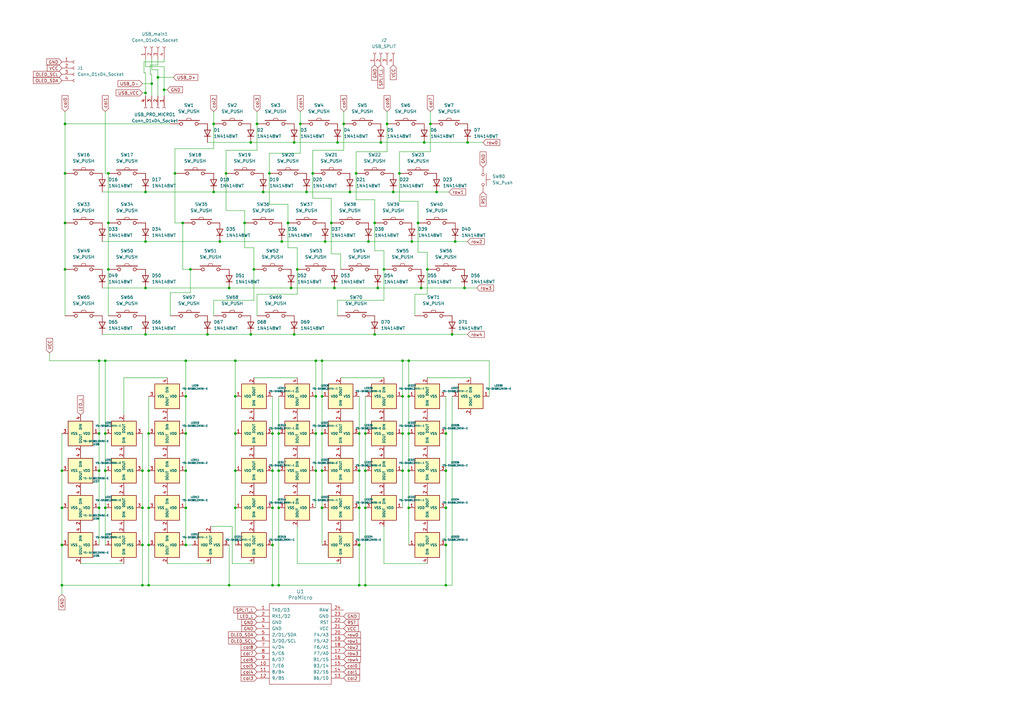
<source format=kicad_sch>
(kicad_sch (version 20231120) (generator "eeschema") (generator_version "8.0")
  (paper "A3")
  (junction (at 107.95 78.74))
  (junction (at 182.88 177.8))
  (junction (at 58.42 223.52))
  (junction (at 165.1 147.955))
  (junction (at 85.09 137.16))
  (junction (at 135.89 91.44))
  (junction (at 110.49 71.12))
  (junction (at 44.45 110.49))
  (junction (at 104.14 110.49))
  (junction (at 149.86 208.28))
  (junction (at 186.69 99.06))
  (junction (at 157.48 110.49))
  (junction (at 121.92 110.49))
  (junction (at 59.69 38.1))
  (junction (at 120.65 137.16))
  (junction (at 93.98 118.11))
  (junction (at 190.5 118.11))
  (junction (at 114.3 240.03))
  (junction (at 76.2 208.28))
  (junction (at 25.4 193.04))
  (junction (at 87.63 50.8))
  (junction (at 158.75 50.8))
  (junction (at 167.64 208.28))
  (junction (at 93.98 240.03))
  (junction (at 67.31 36.83))
  (junction (at 100.33 91.44))
  (junction (at 147.32 240.03))
  (junction (at 140.97 50.8))
  (junction (at 151.13 99.06))
  (junction (at 105.41 50.8))
  (junction (at 120.65 58.42))
  (junction (at 60.96 177.8))
  (junction (at 165.1 193.04))
  (junction (at 129.54 147.955))
  (junction (at 43.18 193.04))
  (junction (at 156.21 58.42))
  (junction (at 111.76 240.03))
  (junction (at 182.88 240.03))
  (junction (at 60.96 193.04))
  (junction (at 44.45 71.12))
  (junction (at 26.67 50.8))
  (junction (at 149.86 193.04))
  (junction (at 60.96 240.03))
  (junction (at 59.69 118.11))
  (junction (at 40.64 147.955))
  (junction (at 125.73 78.74))
  (junction (at 111.76 208.28))
  (junction (at 132.08 177.8))
  (junction (at 165.1 162.56))
  (junction (at 102.87 58.42))
  (junction (at 138.43 58.42))
  (junction (at 161.29 78.74))
  (junction (at 149.86 240.03))
  (junction (at 143.51 78.74))
  (junction (at 96.52 177.8))
  (junction (at 129.54 193.04))
  (junction (at 92.71 71.12))
  (junction (at 129.54 177.8))
  (junction (at 111.76 223.52))
  (junction (at 96.52 208.28))
  (junction (at 132.08 162.56))
  (junction (at 167.64 177.8))
  (junction (at 25.4 240.03))
  (junction (at 40.64 193.04))
  (junction (at 25.4 223.52))
  (junction (at 182.88 223.52))
  (junction (at 119.38 118.11))
  (junction (at 132.08 193.04))
  (junction (at 111.76 193.04))
  (junction (at 147.32 208.28))
  (junction (at 62.23 34.29))
  (junction (at 175.26 110.49))
  (junction (at 182.88 193.04))
  (junction (at 182.88 208.28))
  (junction (at 71.755 71.12))
  (junction (at 74.93 91.44))
  (junction (at 60.96 223.52))
  (junction (at 179.07 78.74))
  (junction (at 59.69 137.16))
  (junction (at 40.64 177.8))
  (junction (at 133.35 99.06))
  (junction (at 40.64 208.28))
  (junction (at 147.32 193.04))
  (junction (at 60.96 208.28))
  (junction (at 26.67 110.49))
  (junction (at 132.08 147.955))
  (junction (at 153.67 137.16))
  (junction (at 111.76 177.8))
  (junction (at 172.72 118.11))
  (junction (at 147.32 223.52))
  (junction (at 76.2 162.56))
  (junction (at 167.64 147.955))
  (junction (at 123.19 50.8))
  (junction (at 168.91 99.06))
  (junction (at 58.42 193.04))
  (junction (at 59.69 78.74))
  (junction (at 171.45 91.44))
  (junction (at 147.32 177.8))
  (junction (at 43.18 208.28))
  (junction (at 137.16 118.11))
  (junction (at 185.42 137.16))
  (junction (at 43.18 147.955))
  (junction (at 59.69 99.06))
  (junction (at 118.11 91.44))
  (junction (at 96.52 193.04))
  (junction (at 26.67 71.12))
  (junction (at 149.86 177.8))
  (junction (at 167.64 162.56))
  (junction (at 44.45 91.44))
  (junction (at 165.1 177.8))
  (junction (at 96.52 162.56))
  (junction (at 102.87 137.16))
  (junction (at 58.42 240.03))
  (junction (at 76.2 193.04))
  (junction (at 129.54 162.56))
  (junction (at 43.18 177.8))
  (junction (at 146.05 71.12))
  (junction (at 76.2 147.955))
  (junction (at 167.64 193.04))
  (junction (at 163.83 71.12))
  (junction (at 128.27 71.12))
  (junction (at 114.3 193.04))
  (junction (at 173.99 58.42))
  (junction (at 132.08 208.28))
  (junction (at 76.2 223.52))
  (junction (at 153.67 91.44))
  (junction (at 87.63 78.74))
  (junction (at 191.77 58.42))
  (junction (at 96.52 147.955))
  (junction (at 154.94 118.11))
  (junction (at 90.17 99.06))
  (junction (at 58.42 208.28))
  (junction (at 114.3 177.8))
  (junction (at 25.4 208.28))
  (junction (at 26.67 91.44))
  (junction (at 114.3 208.28))
  (junction (at 76.2 177.8))
  (junction (at 64.77 31.75))
  (junction (at 115.57 99.06))
  (junction (at 78.105 110.49))
  (junction (at 176.53 50.8))
  (wire (pts (xy 96.52 223.52) (xy 96.52 208.28)))
  (wire (pts (xy 61.595 30.48) (xy 62.23 30.48)))
  (wire (pts (xy 25.4 240.03) (xy 58.42 240.03)))
  (wire (pts (xy 121.92 101.6) (xy 121.92 110.49)))
  (wire (pts (xy 44.45 91.44) (xy 44.45 110.49)))
  (wire (pts (xy 167.64 177.8) (xy 167.64 193.04)))
  (wire (pts (xy 111.76 208.28) (xy 111.76 223.52)))
  (wire (pts (xy 67.31 24.13) (xy 67.31 25.4)))
  (wire (pts (xy 104.14 101.6) (xy 100.33 101.6)))
  (wire (pts (xy 147.32 223.52) (xy 147.32 240.03)))
  (wire (pts (xy 43.18 71.12) (xy 44.45 71.12)))
  (wire (pts (xy 62.23 34.29) (xy 62.23 39.37)))
  (wire (pts (xy 43.18 208.28) (xy 43.18 223.52)))
  (wire (pts (xy 171.45 103.505) (xy 171.45 91.44)))
  (wire (pts (xy 64.77 31.75) (xy 71.12 31.75)))
  (wire (pts (xy 87.63 129.54) (xy 87.63 123.19)))
  (wire (pts (xy 62.23 28.575) (xy 64.77 28.575)))
  (wire (pts (xy 105.41 45.72) (xy 105.41 50.8)))
  (wire (pts (xy 172.72 118.11) (xy 190.5 118.11)))
  (wire (pts (xy 59.055 29.845) (xy 59.69 29.845)))
  (wire (pts (xy 114.3 177.8) (xy 114.3 193.04)))
  (wire (pts (xy 59.69 38.1) (xy 59.69 39.37)))
  (wire (pts (xy 26.67 110.49) (xy 26.67 129.54)))
  (wire (pts (xy 123.19 50.8) (xy 123.19 62.865)))
  (wire (pts (xy 71.755 71.12) (xy 72.39 71.12)))
  (wire (pts (xy 138.43 129.54) (xy 138.43 123.19)))
  (wire (pts (xy 76.2 162.56) (xy 76.2 177.8)))
  (wire (pts (xy 87.63 123.19) (xy 104.14 123.19)))
  (wire (pts (xy 90.17 99.06) (xy 115.57 99.06)))
  (wire (pts (xy 96.52 147.955) (xy 96.52 162.56)))
  (wire (pts (xy 93.98 223.52) (xy 93.98 240.03)))
  (wire (pts (xy 153.67 137.16) (xy 185.42 137.16)))
  (wire (pts (xy 182.88 223.52) (xy 182.88 240.03)))
  (wire (pts (xy 60.96 240.03) (xy 93.98 240.03)))
  (wire (pts (xy 167.64 208.28) (xy 167.64 223.52)))
  (wire (pts (xy 43.18 193.04) (xy 43.18 208.28)))
  (wire (pts (xy 182.88 177.8) (xy 182.88 193.04)))
  (wire (pts (xy 71.755 60.96) (xy 87.63 60.96)))
  (wire (pts (xy 132.08 193.04) (xy 132.08 208.28)))
  (wire (pts (xy 105.41 120.65) (xy 105.41 129.54)))
  (wire (pts (xy 182.88 162.56) (xy 182.88 177.8)))
  (wire (pts (xy 40.64 208.28) (xy 40.64 223.52)))
  (wire (pts (xy 182.88 240.03) (xy 185.42 240.03)))
  (wire (pts (xy 156.21 58.42) (xy 173.99 58.42)))
  (wire (pts (xy 121.92 110.49) (xy 121.92 120.65)))
  (wire (pts (xy 175.26 103.505) (xy 171.45 103.505)))
  (wire (pts (xy 138.43 123.19) (xy 157.48 123.19)))
  (wire (pts (xy 43.18 147.955) (xy 43.18 177.8)))
  (wire (pts (xy 44.45 71.12) (xy 44.45 91.44)))
  (wire (pts (xy 92.71 71.12) (xy 92.71 61.595)))
  (wire (pts (xy 107.95 78.74) (xy 125.73 78.74)))
  (wire (pts (xy 146.05 62.23) (xy 146.05 71.12)))
  (wire (pts (xy 40.64 177.8) (xy 40.64 193.04)))
  (wire (pts (xy 41.91 118.11) (xy 59.69 118.11)))
  (wire (pts (xy 157.48 102.87) (xy 157.48 110.49)))
  (wire (pts (xy 43.18 177.8) (xy 43.18 193.04)))
  (wire (pts (xy 175.26 120.65) (xy 175.26 110.49)))
  (wire (pts (xy 104.14 110.49) (xy 104.14 101.6)))
  (wire (pts (xy 129.54 193.04) (xy 129.54 208.28)))
  (wire (pts (xy 185.42 162.56) (xy 185.42 240.03)))
  (wire (pts (xy 125.73 78.74) (xy 143.51 78.74)))
  (wire (pts (xy 59.69 99.06) (xy 90.17 99.06)))
  (wire (pts (xy 118.11 83.82) (xy 118.11 91.44)))
  (wire (pts (xy 139.7 154.94) (xy 157.48 154.94)))
  (wire (pts (xy 114.3 193.04) (xy 114.3 208.28)))
  (wire (pts (xy 71.755 91.44) (xy 74.93 91.44)))
  (wire (pts (xy 120.65 137.16) (xy 153.67 137.16)))
  (wire (pts (xy 129.54 162.56) (xy 129.54 177.8)))
  (wire (pts (xy 111.76 240.03) (xy 114.3 240.03)))
  (wire (pts (xy 40.64 147.955) (xy 43.18 147.955)))
  (wire (pts (xy 149.86 177.8) (xy 149.86 193.04)))
  (wire (pts (xy 176.53 45.72) (xy 176.53 50.8)))
  (wire (pts (xy 59.69 29.845) (xy 59.69 38.1)))
  (wire (pts (xy 191.77 58.42) (xy 198.12 58.42)))
  (wire (pts (xy 129.54 147.955) (xy 129.54 162.56)))
  (wire (pts (xy 123.19 45.72) (xy 123.19 50.8)))
  (wire (pts (xy 85.09 137.16) (xy 102.87 137.16)))
  (wire (pts (xy 87.63 78.74) (xy 107.95 78.74)))
  (wire (pts (xy 96.52 193.04) (xy 96.52 177.8)))
  (wire (pts (xy 74.93 110.49) (xy 78.105 110.49)))
  (wire (pts (xy 68.58 231.14) (xy 86.36 231.14)))
  (wire (pts (xy 59.69 137.16) (xy 85.09 137.16)))
  (wire (pts (xy 26.67 50.8) (xy 26.67 71.12)))
  (wire (pts (xy 62.23 24.13) (xy 62.23 28.575)))
  (wire (pts (xy 165.1 147.955) (xy 167.64 147.955)))
  (wire (pts (xy 132.08 177.8) (xy 132.08 193.04)))
  (wire (pts (xy 25.4 177.8) (xy 25.4 193.04)))
  (wire (pts (xy 76.2 208.28) (xy 76.2 223.52)))
  (wire (pts (xy 58.42 38.1) (xy 59.69 38.1)))
  (wire (pts (xy 95.25 231.14) (xy 104.14 231.14)))
  (wire (pts (xy 111.76 162.56) (xy 111.76 177.8)))
  (wire (pts (xy 100.33 86.36) (xy 92.71 86.36)))
  (wire (pts (xy 78.105 110.49) (xy 78.74 110.49)))
  (wire (pts (xy 60.96 193.04) (xy 60.96 208.28)))
  (wire (pts (xy 76.2 147.955) (xy 96.52 147.955)))
  (wire (pts (xy 165.1 177.8) (xy 165.1 193.04)))
  (wire (pts (xy 114.3 240.03) (xy 147.32 240.03)))
  (wire (pts (xy 26.67 91.44) (xy 26.67 110.49)))
  (wire (pts (xy 149.86 162.56) (xy 149.86 177.8)))
  (wire (pts (xy 105.41 50.8) (xy 105.41 61.595)))
  (wire (pts (xy 110.49 62.865) (xy 110.49 71.12)))
  (wire (pts (xy 171.45 82.55) (xy 163.83 82.55)))
  (wire (pts (xy 132.08 147.955) (xy 165.1 147.955)))
  (wire (pts (xy 151.13 99.06) (xy 168.91 99.06)))
  (wire (pts (xy 59.69 118.11) (xy 93.98 118.11)))
  (wire (pts (xy 146.05 81.915) (xy 153.67 81.915)))
  (wire (pts (xy 139.7 110.49) (xy 139.7 104.14)))
  (wire (pts (xy 173.99 58.42) (xy 191.77 58.42)))
  (wire (pts (xy 167.64 162.56) (xy 167.64 177.8)))
  (wire (pts (xy 74.93 91.44) (xy 74.93 110.49)))
  (wire (pts (xy 40.64 147.955) (xy 20.32 147.955)))
  (wire (pts (xy 163.83 71.12) (xy 163.83 62.23)))
  (wire (pts (xy 59.055 25.4) (xy 59.055 29.845)))
  (wire (pts (xy 185.42 137.16) (xy 191.77 137.16)))
  (wire (pts (xy 128.27 61.595) (xy 140.97 61.595)))
  (wire (pts (xy 41.91 78.74) (xy 59.69 78.74)))
  (wire (pts (xy 87.63 50.8) (xy 87.63 60.96)))
  (wire (pts (xy 147.32 177.8) (xy 147.32 193.04)))
  (wire (pts (xy 139.7 104.14) (xy 135.89 104.14)))
  (wire (pts (xy 25.4 240.03) (xy 25.4 243.84)))
  (wire (pts (xy 58.42 34.29) (xy 62.23 34.29)))
  (wire (pts (xy 135.89 91.44) (xy 135.89 81.28)))
  (wire (pts (xy 163.83 62.23) (xy 176.53 62.23)))
  (wire (pts (xy 50.8 170.18) (xy 50.8 154.94)))
  (wire (pts (xy 120.65 58.42) (xy 138.43 58.42)))
  (wire (pts (xy 182.88 208.28) (xy 182.88 223.52)))
  (wire (pts (xy 60.96 223.52) (xy 60.96 240.03)))
  (wire (pts (xy 95.25 215.9) (xy 95.25 231.14)))
  (wire (pts (xy 135.89 104.14) (xy 135.89 91.44)))
  (wire (pts (xy 175.26 154.94) (xy 193.04 154.94)))
  (wire (pts (xy 92.71 61.595) (xy 105.41 61.595)))
  (wire (pts (xy 64.77 31.75) (xy 64.77 39.37)))
  (wire (pts (xy 67.31 36.83) (xy 67.31 39.37)))
  (wire (pts (xy 121.92 215.9) (xy 121.92 231.14)))
  (wire (pts (xy 165.1 162.56) (xy 165.1 177.8)))
  (wire (pts (xy 100.33 91.44) (xy 100.33 86.36)))
  (wire (pts (xy 67.31 27.305) (xy 67.31 36.83)))
  (wire (pts (xy 43.18 45.72) (xy 43.18 71.12)))
  (wire (pts (xy 87.63 45.72) (xy 87.63 50.8)))
  (wire (pts (xy 114.3 208.28) (xy 114.3 240.03)))
  (wire (pts (xy 85.09 58.42) (xy 102.87 58.42)))
  (wire (pts (xy 132.08 208.28) (xy 132.08 223.52)))
  (wire (pts (xy 132.08 147.955) (xy 132.08 162.56)))
  (wire (pts (xy 26.67 50.8) (xy 69.85 50.8)))
  (wire (pts (xy 154.94 118.11) (xy 172.72 118.11)))
  (wire (pts (xy 96.52 147.955) (xy 129.54 147.955)))
  (wire (pts (xy 64.77 26.67) (xy 61.595 26.67)))
  (wire (pts (xy 62.23 30.48) (xy 62.23 34.29)))
  (wire (pts (xy 41.91 99.06) (xy 59.69 99.06)))
  (wire (pts (xy 149.86 193.04) (xy 149.86 208.28)))
  (wire (pts (xy 44.45 110.49) (xy 44.45 129.54)))
  (wire (pts (xy 128.27 81.28) (xy 128.27 71.12)))
  (wire (pts (xy 110.49 71.12) (xy 110.49 83.82)))
  (wire (pts (xy 133.35 99.06) (xy 151.13 99.06)))
  (wire (pts (xy 71.755 71.12) (xy 71.755 60.96)))
  (wire (pts (xy 76.2 147.955) (xy 76.2 162.56)))
  (wire (pts (xy 96.52 177.8) (xy 96.52 162.56)))
  (wire (pts (xy 119.38 118.11) (xy 137.16 118.11)))
  (wire (pts (xy 118.11 101.6) (xy 121.92 101.6)))
  (wire (pts (xy 170.18 129.54) (xy 170.18 120.65)))
  (wire (pts (xy 149.86 240.03) (xy 182.88 240.03)))
  (wire (pts (xy 20.32 144.78) (xy 20.32 147.955)))
  (wire (pts (xy 60.96 177.8) (xy 60.96 193.04)))
  (wire (pts (xy 170.18 120.65) (xy 175.26 120.65)))
  (wire (pts (xy 137.16 118.11) (xy 154.94 118.11)))
  (wire (pts (xy 33.02 231.14) (xy 50.8 231.14)))
  (wire (pts (xy 59.69 27.305) (xy 67.31 27.305)))
  (wire (pts (xy 58.42 208.28) (xy 58.42 223.52)))
  (wire (pts (xy 175.26 110.49) (xy 175.26 103.505)))
  (wire (pts (xy 59.69 24.13) (xy 59.69 27.305)))
  (wire (pts (xy 200.66 147.955) (xy 200.66 162.56)))
  (wire (pts (xy 153.67 81.915) (xy 153.67 91.44)))
  (wire (pts (xy 93.98 118.11) (xy 119.38 118.11)))
  (wire (pts (xy 179.07 78.74) (xy 184.15 78.74)))
  (wire (pts (xy 78.105 110.49) (xy 78.105 120.015)))
  (wire (pts (xy 60.96 162.56) (xy 60.96 177.8)))
  (wire (pts (xy 92.71 86.36) (xy 92.71 71.12)))
  (wire (pts (xy 41.91 137.16) (xy 59.69 137.16)))
  (wire (pts (xy 96.52 208.28) (xy 96.52 193.04)))
  (wire (pts (xy 147.32 240.03) (xy 149.86 240.03)))
  (wire (pts (xy 104.14 154.94) (xy 121.92 154.94)))
  (wire (pts (xy 157.48 123.19) (xy 157.48 110.49)))
  (wire (pts (xy 157.48 231.14) (xy 175.26 231.14)))
  (wire (pts (xy 25.4 193.04) (xy 25.4 208.28)))
  (wire (pts (xy 161.29 78.74) (xy 179.07 78.74)))
  (wire (pts (xy 157.48 215.9) (xy 157.48 231.14)))
  (wire (pts (xy 102.87 137.16) (xy 120.65 137.16)))
  (wire (pts (xy 111.76 177.8) (xy 111.76 193.04)))
  (wire (pts (xy 165.1 193.04) (xy 165.1 208.28)))
  (wire (pts (xy 43.18 147.955) (xy 76.2 147.955)))
  (wire (pts (xy 114.3 162.56) (xy 114.3 177.8)))
  (wire (pts (xy 158.75 50.8) (xy 158.75 62.23)))
  (wire (pts (xy 118.11 91.44) (xy 118.11 101.6)))
  (wire (pts (xy 60.96 208.28) (xy 60.96 223.52)))
  (wire (pts (xy 186.69 99.06) (xy 191.77 99.06)))
  (wire (pts (xy 69.85 120.015) (xy 69.85 129.54)))
  (wire (pts (xy 168.91 99.06) (xy 186.69 99.06)))
  (wire (pts (xy 100.33 101.6) (xy 100.33 91.44)))
  (wire (pts (xy 147.32 208.28) (xy 147.32 223.52)))
  (wire (pts (xy 165.1 147.955) (xy 165.1 162.56)))
  (wire (pts (xy 176.53 50.8) (xy 176.53 62.23)))
  (wire (pts (xy 167.64 193.04) (xy 167.64 208.28)))
  (wire (pts (xy 64.77 28.575) (xy 64.77 31.75)))
  (wire (pts (xy 167.64 147.955) (xy 200.66 147.955)))
  (wire (pts (xy 123.19 62.865) (xy 110.49 62.865)))
  (wire (pts (xy 64.77 24.13) (xy 64.77 26.67)))
  (wire (pts (xy 40.64 147.955) (xy 40.64 177.8)))
  (wire (pts (xy 190.5 118.11) (xy 195.58 118.11)))
  (wire (pts (xy 58.42 177.8) (xy 58.42 193.04)))
  (wire (pts (xy 58.42 223.52) (xy 58.42 240.03)))
  (wire (pts (xy 129.54 177.8) (xy 129.54 193.04)))
  (wire (pts (xy 153.67 102.87) (xy 157.48 102.87)))
  (wire (pts (xy 25.4 208.28) (xy 25.4 223.52)))
  (wire (pts (xy 78.105 120.015) (xy 69.85 120.015)))
  (wire (pts (xy 140.97 61.595) (xy 140.97 50.8)))
  (wire (pts (xy 182.88 193.04) (xy 182.88 208.28)))
  (wire (pts (xy 111.76 193.04) (xy 111.76 208.28)))
  (wire (pts (xy 167.64 147.955) (xy 167.64 162.56)))
  (wire (pts (xy 76.2 177.8) (xy 76.2 193.04)))
  (wire (pts (xy 158.75 45.72) (xy 158.75 50.8)))
  (wire (pts (xy 143.51 78.74) (xy 161.29 78.74)))
  (wire (pts (xy 58.42 193.04) (xy 58.42 208.28)))
  (wire (pts (xy 121.92 120.65) (xy 105.41 120.65)))
  (wire (pts (xy 128.27 71.12) (xy 128.27 61.595)))
  (wire (pts (xy 149.86 208.28) (xy 149.86 240.03)))
  (wire (pts (xy 25.4 223.52) (xy 25.4 240.03)))
  (wire (pts (xy 86.36 215.9) (xy 95.25 215.9)))
  (wire (pts (xy 129.54 147.955) (xy 132.08 147.955)))
  (wire (pts (xy 67.31 25.4) (xy 59.055 25.4)))
  (wire (pts (xy 158.75 62.23) (xy 146.05 62.23)))
  (wire (pts (xy 68.58 36.83) (xy 67.31 36.83)))
  (wire (pts (xy 102.87 58.42) (xy 120.65 58.42)))
  (wire (pts (xy 147.32 193.04) (xy 147.32 208.28)))
  (wire (pts (xy 59.69 78.74) (xy 87.63 78.74)))
  (wire (pts (xy 163.83 82.55) (xy 163.83 71.12)))
  (wire (pts (xy 26.67 71.12) (xy 26.67 91.44)))
  (wire (pts (xy 40.64 193.04) (xy 40.64 208.28)))
  (wire (pts (xy 71.755 71.12) (xy 71.755 91.44)))
  (wire (pts (xy 26.67 45.72) (xy 26.67 50.8)))
  (wire (pts (xy 61.595 26.67) (xy 61.595 30.48)))
  (wire (pts (xy 146.05 71.12) (xy 146.05 81.915)))
  (wire (pts (xy 50.8 154.94) (xy 68.58 154.94)))
  (wire (pts (xy 76.2 193.04) (xy 76.2 208.28)))
  (wire (pts (xy 132.08 162.56) (xy 132.08 177.8)))
  (wire (pts (xy 110.49 83.82) (xy 118.11 83.82)))
  (wire (pts (xy 153.67 91.44) (xy 153.67 102.87)))
  (wire (pts (xy 121.92 231.14) (xy 139.7 231.14)))
  (wire (pts (xy 115.57 99.06) (xy 133.35 99.06)))
  (wire (pts (xy 138.43 58.42) (xy 156.21 58.42)))
  (wire (pts (xy 147.32 162.56) (xy 147.32 177.8)))
  (wire (pts (xy 104.14 123.19) (xy 104.14 110.49)))
  (wire (pts (xy 111.76 223.52) (xy 111.76 240.03)))
  (wire (pts (xy 135.89 81.28) (xy 128.27 81.28)))
  (wire (pts (xy 171.45 91.44) (xy 171.45 82.55)))
  (wire (pts (xy 93.98 240.03) (xy 111.76 240.03)))
  (wire (pts (xy 76.2 223.52) (xy 78.74 223.52)))
  (wire (pts (xy 58.42 240.03) (xy 60.96 240.03)))
  (wire (pts (xy 140.97 45.72) (xy 140.97 50.8)))
  (global_label "row0" (shape input) (at 198.12 58.42 0) (property "Intersheetrefs" "${INTERSHEET_REFS}" (effects (hide yes))))
  (global_label "OLED_SCL" (shape input) (at 25.4 30.48 180) (property "Intersheetrefs" "${INTERSHEET_REFS}" (effects (hide yes))))
  (global_label "col1" (shape input) (at 43.18 45.72 90) (property "Intersheetrefs" "${INTERSHEET_REFS}" (effects (hide yes))))
  (global_label "USB_D-" (shape input) (at 58.42 34.29 180) (property "Intersheetrefs" "${INTERSHEET_REFS}" (effects (hide yes))))
  (global_label "col7" (shape input) (at 176.53 45.72 90) (property "Intersheetrefs" "${INTERSHEET_REFS}" (effects (hide yes))))
  (global_label "col3" (shape input) (at 105.41 45.72 90) (property "Intersheetrefs" "${INTERSHEET_REFS}" (effects (hide yes))))
  (global_label "GND" (shape input) (at 153.67 26.67 270) (property "Intersheetrefs" "${INTERSHEET_REFS}" (effects (hide yes))))
  (global_label "row1" (shape input) (at 184.15 78.74 0) (property "Intersheetrefs" "${INTERSHEET_REFS}" (effects (hide yes))))
  (global_label "GND" (shape input) (at 25.4 25.4 180) (property "Intersheetrefs" "${INTERSHEET_REFS}" (effects (hide yes))))
  (global_label "SPLIT_L" (shape input) (at 156.21 26.67 270) (property "Intersheetrefs" "${INTERSHEET_REFS}" (effects (hide yes))))
  (global_label "OLED_SCL" (shape input) (at 105.41 262.89 180) (property "Intersheetrefs" "${INTERSHEET_REFS}" (effects (hide yes))))
  (global_label "RST" (shape input) (at 198.12 78.74 270) (property "Intersheetrefs" "${INTERSHEET_REFS}" (effects (hide yes))))
  (global_label "GND" (shape input) (at 68.58 36.83 0) (property "Intersheetrefs" "${INTERSHEET_REFS}" (effects (hide yes))))
  (global_label "VCC" (shape input) (at 25.4 27.94 180) (property "Intersheetrefs" "${INTERSHEET_REFS}" (effects (hide yes))))
  (global_label "USB_VCC" (shape input) (at 58.42 38.1 180) (property "Intersheetrefs" "${INTERSHEET_REFS}" (effects (hide yes))))
  (global_label "GND" (shape input) (at 105.41 257.81 180) (property "Intersheetrefs" "${INTERSHEET_REFS}" (effects (hide yes))))
  (global_label "SPLIT_L" (shape input) (at 105.41 250.19 180) (property "Intersheetrefs" "${INTERSHEET_REFS}" (effects (hide yes))))
  (global_label "col5" (shape input) (at 140.97 45.72 90) (property "Intersheetrefs" "${INTERSHEET_REFS}" (effects (hide yes))))
  (global_label "col3" (shape input) (at 105.41 278.13 180) (property "Intersheetrefs" "${INTERSHEET_REFS}" (effects (hide yes))))
  (global_label "col4" (shape input) (at 123.19 45.72 90) (property "Intersheetrefs" "${INTERSHEET_REFS}" (effects (hide yes))))
  (global_label "RST" (shape input) (at 140.97 255.27 0) (property "Intersheetrefs" "${INTERSHEET_REFS}" (effects (hide yes))))
  (global_label "GND" (shape input) (at 140.97 252.73 0) (property "Intersheetrefs" "${INTERSHEET_REFS}" (effects (hide yes))))
  (global_label "VCC" (shape input) (at 161.29 26.67 270) (property "Intersheetrefs" "${INTERSHEET_REFS}" (effects (hide yes))))
  (global_label "row0" (shape input) (at 140.97 260.35 0) (property "Intersheetrefs" "${INTERSHEET_REFS}" (effects (hide yes))))
  (global_label "GND" (shape input) (at 25.4 243.84 270) (property "Intersheetrefs" "${INTERSHEET_REFS}" (effects (hide yes))))
  (global_label "col6" (shape input) (at 105.41 270.51 180) (property "Intersheetrefs" "${INTERSHEET_REFS}" (effects (hide yes))))
  (global_label "GND" (shape input) (at 105.41 255.27 180) (property "Intersheetrefs" "${INTERSHEET_REFS}" (effects (hide yes))))
  (global_label "col7" (shape input) (at 134.62 298.45 0) (property "Intersheetrefs" "${INTERSHEET_REFS}" (effects (hide yes))))
  (global_label "LED_L" (shape input) (at 33.02 170.18 90) (property "Intersheetrefs" "${INTERSHEET_REFS}" (effects (hide yes))))
  (global_label "row4" (shape input) (at 191.77 137.16 0) (property "Intersheetrefs" "${INTERSHEET_REFS}" (effects (hide yes))))
  (global_label "row3" (shape input) (at 195.58 118.11 0) (property "Intersheetrefs" "${INTERSHEET_REFS}" (effects (hide yes))))
  (global_label "col0" (shape input) (at 26.67 45.72 90) (property "Intersheetrefs" "${INTERSHEET_REFS}" (effects (hide yes))))
  (global_label "col1" (shape input) (at 140.97 275.59 0) (property "Intersheetrefs" "${INTERSHEET_REFS}" (effects (hide yes))))
  (global_label "col_r_0" (shape input) (at 297.18 318.77 0) (property "Intersheetrefs" "${INTERSHEET_REFS}" (effects (hide yes))))
  (global_label "col2" (shape input) (at 87.63 45.72 90) (property "Intersheetrefs" "${INTERSHEET_REFS}" (effects (hide yes))))
  (global_label "row2" (shape input) (at 140.97 265.43 0) (property "Intersheetrefs" "${INTERSHEET_REFS}" (effects (hide yes))))
  (global_label "row2" (shape input) (at 191.77 99.06 0) (property "Intersheetrefs" "${INTERSHEET_REFS}" (effects (hide yes))))
  (global_label "OLED_SDA" (shape input) (at 105.41 260.35 180) (property "Intersheetrefs" "${INTERSHEET_REFS}" (effects (hide yes))))
  (global_label "VCC" (shape input) (at 20.32 144.78 90) (property "Intersheetrefs" "${INTERSHEET_REFS}" (effects (hide yes))))
  (global_label "OLED_SDA" (shape input) (at 25.4 33.02 180) (property "Intersheetrefs" "${INTERSHEET_REFS}" (effects (hide yes))))
  (global_label "row4" (shape input) (at 140.97 270.51 0) (property "Intersheetrefs" "${INTERSHEET_REFS}" (effects (hide yes))))
  (global_label "LED_L" (shape input) (at 105.41 252.73 180) (property "Intersheetrefs" "${INTERSHEET_REFS}" (effects (hide yes))))
  (global_label "row1" (shape input) (at 140.97 262.89 0) (property "Intersheetrefs" "${INTERSHEET_REFS}" (effects (hide yes))))
  (global_label "row3" (shape input) (at 140.97 267.97 0) (property "Intersheetrefs" "${INTERSHEET_REFS}" (effects (hide yes))))
  (global_label "col2" (shape input) (at 140.97 278.13 0) (property "Intersheetrefs" "${INTERSHEET_REFS}" (effects (hide yes))))
  (global_label "col0" (shape input) (at 140.97 273.05 0) (property "Intersheetrefs" "${INTERSHEET_REFS}" (effects (hide yes))))
  (global_label "col8" (shape input) (at 105.41 265.43 180) (property "Intersheetrefs" "${INTERSHEET_REFS}" (effects (hide yes))))
  (global_label "col6" (shape input) (at 158.75 45.72 90) (property "Intersheetrefs" "${INTERSHEET_REFS}" (effects (hide yes))))
  (global_label "USB_D+" (shape input) (at 71.12 31.75 0) (property "Intersheetrefs" "${INTERSHEET_REFS}" (effects (hide yes))))
  (global_label "GND" (shape input) (at 198.12 68.58 90) (property "Intersheetrefs" "${INTERSHEET_REFS}" (effects (hide yes))))
  (global_label "VCC" (shape input) (at 140.97 257.81 0) (property "Intersheetrefs" "${INTERSHEET_REFS}" (effects (hide yes))))
  (global_label "col5" (shape input) (at 105.41 273.05 180) (property "Intersheetrefs" "${INTERSHEET_REFS}" (effects (hide yes))))
  (global_label "col4" (shape input) (at 105.41 275.59 180) (property "Intersheetrefs" "${INTERSHEET_REFS}" (effects (hide yes))))
  (global_label "col7" (shape input) (at 105.41 267.97 180) (property "Intersheetrefs" "${INTERSHEET_REFS}" (effects (hide yes))))
  (symbol (lib_id "Diode:1N4148WT") (at 153.67 133.35 90) (unit 1)
    (property "Reference" "D70" (at 156.21 132.0799 90) (effects (justify right)))
    (property "Value" "1N4148WT" (at 156.21 134.6199 90) (effects (justify right)))
    (property "Footprint" "kbd:D3_TH_SMD" (effects (hide yes)))
    (property "Datasheet" "https://www.diodes.com/assets/Datasheets/ds30396.pdf" (effects (hide yes)))
    (property "Description" "75V 0.15A Fast switching Diode, SOD-523" (effects (hide yes)))
    (property "Sim.Device" "D" (effects (hide yes)))
    (property "Sim.Pins" "1=K 2=A" (effects (hide yes)))
  )
  (symbol (lib_id "Diode:1N4148WT") (at 120.65 133.35 90) (unit 1)
    (property "Reference" "D69" (at 123.19 132.0799 90) (effects (justify right)))
    (property "Value" "1N4148WT" (at 123.19 134.6199 90) (effects (justify right)))
    (property "Footprint" "kbd:D3_TH_SMD" (effects (hide yes)))
    (property "Datasheet" "https://www.diodes.com/assets/Datasheets/ds30396.pdf" (effects (hide yes)))
    (property "Description" "75V 0.15A Fast switching Diode, SOD-523" (effects (hide yes)))
    (property "Sim.Device" "D" (effects (hide yes)))
    (property "Sim.Pins" "1=K 2=A" (effects (hide yes)))
  )
  (symbol (lib_id "kbd:YS-SK6812MINI-E") (at 139.7 162.56 90) (unit 1)
    (property "Reference" "LED28" (at 151.13 159.1611 90) (effects (font (size 0.7366 0.7366))))
    (property "Value" "YS-SK6812MINI-E" (at 151.13 160.4311 90) (effects (font (size 0.7366 0.7366))))
    (property "Footprint" "kbd:SK6812MINI-E" (effects (hide yes)))
  )
  (symbol (lib_id "kbd:YS-SK6812MINI-E") (at 86.36 223.52 90) (unit 1)
    (property "Reference" "LED14" (at 97.79 220.1211 90) (effects (font (size 0.7366 0.7366))))
    (property "Value" "YS-SK6812MINI-E" (at 97.79 221.3911 90) (effects (font (size 0.7366 0.7366))))
    (property "Footprint" "kbd:SK6812MINI-E" (effects (hide yes)))
  )
  (symbol (lib_id "Connector:Conn_01x04_Socket") (at 156.21 21.59 90) (unit 1)
    (property "Reference" "J2" (at 157.48 16.51 90))
    (property "Value" "USB_SPLIT" (at 157.48 19.05 90))
    (property "Footprint" "Connector_PinHeader_2.54mm:PinHeader_1x04_P2.54mm_Vertical" (effects (hide yes)))
    (property "Description" "Generic connector, single row, 01x04, script generated" (effects (hide yes)))
  )
  (symbol (lib_id "kbd:SW_PUSH") (at 77.47 50.8 0) (unit 1)
    (property "Reference" "SW1" (at 77.47 43.18 0))
    (property "Value" "SW_PUSH" (at 77.47 45.72 0))
    (property "Footprint" "MX_Only:MXOnly-1U-Hotswap" (effects (hide yes)))
  )
  (symbol (lib_id "kbd:SW_PUSH") (at 52.07 71.12 0) (unit 1)
    (property "Reference" "SW17" (at 52.07 63.5 0))
    (property "Value" "SW_PUSH" (at 52.07 66.04 0))
    (property "Footprint" "MX_Only:MXOnly-1U-NoLED" (effects (hide yes)))
  )
  (symbol (lib_id "kbd:YS-SK6812MINI-E") (at 175.26 223.52 90) (unit 1)
    (property "Reference" "LED33" (at 186.69 220.1211 90) (effects (font (size 0.7366 0.7366))))
    (property "Value" "YS-SK6812MINI-E" (at 186.69 221.3911 90) (effects (font (size 0.7366 0.7366))))
    (property "Footprint" "kbd:SK6812MINI-E" (effects (hide yes)))
  )
  (symbol (lib_id "Diode:1N4148WT") (at 191.77 54.61 90) (unit 1)
    (property "Reference" "D7" (at 194.31 53.3399 90) (effects (justify right)))
    (property "Value" "1N4148WT" (at 194.31 55.8799 90) (effects (justify right)))
    (property "Footprint" "kbd:D3_TH_SMD" (effects (hide yes)))
    (property "Datasheet" "https://www.diodes.com/assets/Datasheets/ds30396.pdf" (effects (hide yes)))
    (property "Description" "75V 0.15A Fast switching Diode, SOD-523" (effects (hide yes)))
    (property "Sim.Device" "D" (effects (hide yes)))
    (property "Sim.Pins" "1=K 2=A" (effects (hide yes)))
  )
  (symbol (lib_id "Diode:1N4148WT") (at 119.38 114.3 90) (unit 1)
    (property "Reference" "D52" (at 121.92 113.0299 90) (effects (justify right)))
    (property "Value" "1N4148WT" (at 121.92 115.5699 90) (effects (justify right)))
    (property "Footprint" "kbd:D3_TH_SMD" (effects (hide yes)))
    (property "Datasheet" "https://www.diodes.com/assets/Datasheets/ds30396.pdf" (effects (hide yes)))
    (property "Description" "75V 0.15A Fast switching Diode, SOD-523" (effects (hide yes)))
    (property "Sim.Device" "D" (effects (hide yes)))
    (property "Sim.Pins" "1=K 2=A" (effects (hide yes)))
  )
  (symbol (lib_id "kbd:SW_PUSH") (at 52.07 129.54 0) (unit 1)
    (property "Reference" "SW66" (at 52.07 121.92 0))
    (property "Value" "SW_PUSH" (at 52.07 124.46 0))
    (property "Footprint" "MX_Only:MXOnly-1U-Hotswap" (effects (hide yes)))
  )
  (symbol (lib_id "kbd:YS-SK6812MINI-E") (at 50.8 223.52 90) (unit 1)
    (property "Reference" "LED5" (at 39.37 227.9335 90) (effects (font (size 0.7366 0.7366))))
    (property "Value" "YS-SK6812MINI-E" (at 39.37 226.6635 90) (effects (font (size 0.7366 0.7366))))
    (property "Footprint" "kbd:SK6812MINI-E" (effects (hide yes)))
  )
  (symbol (lib_id "kbd:YS-SK6812MINI-E") (at 139.7 208.28 90) (unit 1)
    (property "Reference" "LED25" (at 151.13 204.8811 90) (effects (font (size 0.7366 0.7366))))
    (property "Value" "YS-SK6812MINI-E" (at 151.13 206.1511 90) (effects (font (size 0.7366 0.7366))))
    (property "Footprint" "kbd:SK6812MINI-E" (effects (hide yes)))
  )
  (symbol (lib_id "Connector:Conn_01x04_Socket") (at 30.48 27.94 0) (unit 1)
    (property "Reference" "J1" (at 31.75 27.9399 0) (effects (justify left)))
    (property "Value" "Conn_01x04_Socket" (at 31.75 30.4799 0) (effects (justify left)))
    (property "Footprint" "Connector_PinHeader_2.54mm:PinHeader_1x04_P2.54mm_Vertical" (effects (hide yes)))
    (property "Description" "Generic connector, single row, 01x04, script generated" (effects (hide yes)))
  )
  (symbol (lib_id "kbd:YS-SK6812MINI-E") (at 68.58 223.52 270) (unit 1)
    (property "Reference" "LED13" (at 80.01 219.1065 90) (effects (font (size 0.7366 0.7366))))
    (property "Value" "YS-SK6812MINI-E" (at 80.01 220.3765 90) (effects (font (size 0.7366 0.7366))))
    (property "Footprint" "kbd:SK6812MINI-E" (effects (hide yes)))
  )
  (symbol (lib_id "kbd:YS-SK6812MINI-E") (at 33.02 223.52 270) (unit 1)
    (property "Reference" "LED4" (at 44.45 219.1065 90) (effects (font (size 0.7366 0.7366))))
    (property "Value" "YS-SK6812MINI-E" (at 44.45 220.3765 90) (effects (font (size 0.7366 0.7366))))
    (property "Footprint" "kbd:SK6812MINI-E" (effects (hide yes)))
  )
  (symbol (lib_id "kbd:SW_PUSH") (at 148.59 50.8 0) (unit 1)
    (property "Reference" "SW5" (at 148.59 43.18 0))
    (property "Value" "SW_PUSH" (at 148.59 45.72 0))
    (property "Footprint" "MX_Only:MXOnly-1U-Hotswap" (effects (hide yes)))
  )
  (symbol (lib_id "Diode:1N4148WT") (at 168.91 95.25 90) (unit 1)
    (property "Reference" "D39" (at 171.45 93.9799 90) (effects (justify right)))
    (property "Value" "1N4148WT" (at 171.45 96.5199 90) (effects (justify right)))
    (property "Footprint" "kbd:D3_TH_SMD" (effects (hide yes)))
    (property "Datasheet" "https://www.diodes.com/assets/Datasheets/ds30396.pdf" (effects (hide yes)))
    (property "Description" "75V 0.15A Fast switching Diode, SOD-523" (effects (hide yes)))
    (property "Sim.Device" "D" (effects (hide yes)))
    (property "Sim.Pins" "1=K 2=A" (effects (hide yes)))
  )
  (symbol (lib_id "Diode:1N4148WT") (at 138.43 54.61 90) (unit 1)
    (property "Reference" "D4" (at 140.97 53.3399 90) (effects (justify right)))
    (property "Value" "1N4148WT" (at 140.97 55.8799 90) (effects (justify right)))
    (property "Footprint" "kbd:D3_TH_SMD" (effects (hide yes)))
    (property "Datasheet" "https://www.diodes.com/assets/Datasheets/ds30396.pdf" (effects (hide yes)))
    (property "Description" "75V 0.15A Fast switching Diode, SOD-523" (effects (hide yes)))
    (property "Sim.Device" "D" (effects (hide yes)))
    (property "Sim.Pins" "1=K 2=A" (effects (hide yes)))
  )
  (symbol (lib_id "kbd:SW_PUSH") (at 82.55 91.44 0) (unit 1)
    (property "Reference" "SW35" (at 82.55 83.82 0))
    (property "Value" "SW_PUSH" (at 82.55 86.36 0))
    (property "Footprint" "MX_Only:MXOnly-1.75U-Hotswap" (effects (hide yes)))
  )
  (symbol (lib_id "kbd:YS-SK6812MINI-E") (at 121.92 193.04 270) (unit 1)
    (property "Reference" "LED22" (at 133.35 188.6265 90) (effects (font (size 0.7366 0.7366))))
    (property "Value" "YS-SK6812MINI-E" (at 133.35 189.8965 90) (effects (font (size 0.7366 0.7366))))
    (property "Footprint" "kbd:SK6812MINI-E" (effects (hide yes)))
  )
  (symbol (lib_id "kbd:SW_PUSH") (at 80.01 71.12 0) (unit 1)
    (property "Reference" "SW18" (at 80.01 63.5 0))
    (property "Value" "SW_PUSH" (at 80.01 66.04 0))
    (property "Footprint" "MX_Only:MXOnly-1.5U-Hotswap" (effects (hide yes)))
  )
  (symbol (lib_id "kbd:SW_PUSH") (at 129.54 110.49 0) (unit 1)
    (property "Reference" "SW53" (at 129.54 102.87 0))
    (property "Value" "SW_PUSH" (at 129.54 105.41 0))
    (property "Footprint" "MX_Only:MXOnly-1U-Hotswap" (effects (hide yes)))
  )
  (symbol (lib_id "kbd:SW_PUSH") (at 182.88 110.49 0) (unit 1)
    (property "Reference" "SW56" (at 182.88 102.87 0))
    (property "Value" "SW_PUSH" (at 182.88 105.41 0))
    (property "Footprint" "MX_Only:MXOnly-1U-Hotswap" (effects (hide yes)))
  )
  (symbol (lib_id "Diode:1N4148WT") (at 87.63 74.93 90) (unit 1)
    (property "Reference" "D18" (at 90.17 73.6599 90) (effects (justify right)))
    (property "Value" "1N4148WT" (at 90.17 76.1999 90) (effects (justify right)))
    (property "Footprint" "kbd:D3_TH_SMD" (effects (hide yes)))
    (property "Datasheet" "https://www.diodes.com/assets/Datasheets/ds30396.pdf" (effects (hide yes)))
    (property "Description" "75V 0.15A Fast switching Diode, SOD-523" (effects (hide yes)))
    (property "Sim.Device" "D" (effects (hide yes)))
    (property "Sim.Pins" "1=K 2=A" (effects (hide yes)))
  )
  (symbol (lib_id "Diode:1N4148WT") (at 172.72 114.3 90) (unit 1)
    (property "Reference" "D55" (at 175.26 113.0299 90) (effects (justify right)))
    (property "Value" "1N4148WT" (at 175.26 115.5699 90) (effects (justify right)))
    (property "Footprint" "kbd:D3_TH_SMD" (effects (hide yes)))
    (property "Datasheet" "https://www.diodes.com/assets/Datasheets/ds30396.pdf" (effects (hide yes)))
    (property "Description" "75V 0.15A Fast switching Diode, SOD-523" (effects (hide yes)))
    (property "Sim.Device" "D" (effects (hide yes)))
    (property "Sim.Pins" "1=K 2=A" (effects (hide yes)))
  )
  (symbol (lib_id "kbd:YS-SK6812MINI-E") (at 139.7 177.8 90) (unit 1)
    (property "Reference" "LED26" (at 151.13 174.4011 90) (effects (font (size 0.7366 0.7366))))
    (property "Value" "YS-SK6812MINI-E" (at 151.13 175.6711 90) (effects (font (size 0.7366 0.7366))))
    (property "Footprint" "kbd:SK6812MINI-E" (effects (hide yes)))
  )
  (symbol (lib_id "kbd:SW_PUSH") (at 147.32 110.49 0) (unit 1)
    (property "Reference" "SW54" (at 147.32 102.87 0))
    (property "Value" "SW_PUSH" (at 147.32 105.41 0))
    (property "Footprint" "MX_Only:MXOnly-1U-Hotswap" (effects (hide yes)))
  )
  (symbol (lib_id "kbd:YS-SK6812MINI-E") (at 68.58 162.56 270) (unit 1)
    (property "Reference" "LED9" (at 80.01 158.1465 90) (effects (font (size 0.7366 0.7366))))
    (property "Value" "YS-SK6812MINI-E" (at 80.01 159.4165 90) (effects (font (size 0.7366 0.7366))))
    (property "Footprint" "kbd:SK6812MINI-E" (effects (hide yes)))
  )
  (symbol (lib_id "Diode:1N4148WT") (at 102.87 133.35 90) (unit 1)
    (property "Reference" "D68" (at 105.41 132.0799 90) (effects (justify right)))
    (property "Value" "1N4148WT" (at 105.41 134.6199 90) (effects (justify right)))
    (property "Footprint" "kbd:D3_TH_SMD" (effects (hide yes)))
    (property "Datasheet" "https://www.diodes.com/assets/Datasheets/ds30396.pdf" (effects (hide yes)))
    (property "Description" "75V 0.15A Fast switching Diode, SOD-523" (effects (hide yes)))
    (property "Sim.Device" "D" (effects (hide yes)))
    (property "Sim.Pins" "1=K 2=A" (effects (hide yes)))
  )
  (symbol (lib_id "Connector:Conn_01x04_Socket") (at 64.77 44.45 270) (unit 1)
    (property "Reference" "USB_PRO_MICRO1" (at 63.5 46.99 90))
    (property "Value" "Conn_01x04_Socket" (at 63.5 49.53 90))
    (property "Footprint" "Connector_PinHeader_2.54mm:PinHeader_1x04_P2.54mm_Vertical" (effects (hide yes)))
    (property "Description" "Generic connector, single row, 01x04, script generated" (effects (hide yes)))
  )
  (symbol (lib_id "kbd:YS-SK6812MINI-E") (at 104.14 223.52 90) (unit 1)
    (property "Reference" "LED15" (at 115.57 220.1211 90) (effects (font (size 0.7366 0.7366))))
    (property "Value" "YS-SK6812MINI-E" (at 115.57 221.3911 90) (effects (font (size 0.7366 0.7366))))
    (property "Footprint" "kbd:SK6812MINI-E" (effects (hide yes)))
  )
  (symbol (lib_id "Diode:1N4148WT") (at 41.91 95.25 90) (unit 1)
    (property "Reference" "D33" (at 44.45 93.9799 90) (effects (justify right)))
    (property "Value" "1N4148WT" (at 44.45 96.5199 90) (effects (justify right)))
    (property "Footprint" "kbd:D3_TH_SMD" (effects (hide yes)))
    (property "Datasheet" "https://www.diodes.com/assets/Datasheets/ds30396.pdf" (effects (hide yes)))
    (property "Description" "75V 0.15A Fast switching Diode, SOD-523" (effects (hide yes)))
    (property "Sim.Device" "D" (effects (hide yes)))
    (property "Sim.Pins" "1=K 2=A" (effects (hide yes)))
  )
  (symbol (lib_id "Diode:1N4148WT") (at 185.42 133.35 90) (unit 1)
    (property "Reference" "D71" (at 187.96 132.0799 90) (effects (justify right)))
    (property "Value" "1N4148WT" (at 187.96 134.6199 90) (effects (justify right)))
    (property "Footprint" "kbd:D3_TH_SMD" (effects (hide yes)))
    (property "Datasheet" "https://www.diodes.com/assets/Datasheets/ds30396.pdf" (effects (hide yes)))
    (property "Description" "75V 0.15A Fast switching Diode, SOD-523" (effects (hide yes)))
    (property "Sim.Device" "D" (effects (hide yes)))
    (property "Sim.Pins" "1=K 2=A" (effects (hide yes)))
  )
  (symbol (lib_id "kbd:YS-SK6812MINI-E") (at 175.26 208.28 90) (unit 1)
    (property "Reference" "LED34" (at 186.69 204.8811 90) (effects (font (size 0.7366 0.7366))))
    (property "Value" "YS-SK6812MINI-E" (at 186.69 206.1511 90) (effects (font (size 0.7366 0.7366))))
    (property "Footprint" "kbd:SK6812MINI-E" (effects (hide yes)))
  )
  (symbol (lib_id "kbd:YS-SK6812MINI-E") (at 68.58 193.04 270) (unit 1)
    (property "Reference" "LED11" (at 80.01 188.6265 90) (effects (font (size 0.7366 0.7366))))
    (property "Value" "YS-SK6812MINI-E" (at 80.01 189.8965 90) (effects (font (size 0.7366 0.7366))))
    (property "Footprint" "kbd:SK6812MINI-E" (effects (hide yes)))
  )
  (symbol (lib_id "kbd:YS-SK6812MINI-E") (at 50.8 208.28 90) (unit 1)
    (property "Reference" "LED6" (at 39.37 212.6935 90) (effects (font (size 0.7366 0.7366))))
    (property "Value" "YS-SK6812MINI-E" (at 39.37 211.4235 90) (effects (font (size 0.7366 0.7366))))
    (property "Footprint" "kbd:SK6812MINI-E" (effects (hide yes)))
  )
  (symbol (lib_id "kbd:SW_PUSH") (at 179.07 91.44 0) (unit 1)
    (property "Reference" "SW40" (at 179.07 83.82 0))
    (property "Value" "SW_PUSH" (at 179.07 86.36 0))
    (property "Footprint" "MX_Only:MXOnly-1U-Hotswap" (effects (hide yes)))
  )
  (symbol (lib_id "Diode:1N4148WT") (at 151.13 95.25 90) (unit 1)
    (property "Reference" "D38" (at 153.67 93.9799 90) (effects (justify right)))
    (property "Value" "1N4148WT" (at 153.67 96.5199 90) (effects (justify right)))
    (property "Footprint" "kbd:D3_TH_SMD" (effects (hide yes)))
    (property "Datasheet" "https://www.diodes.com/assets/Datasheets/ds30396.pdf" (effects (hide yes)))
    (property "Description" "75V 0.15A Fast switching Diode, SOD-523" (effects (hide yes)))
    (property "Sim.Device" "D" (effects (hide yes)))
    (property "Sim.Pins" "1=K 2=A" (effects (hide yes)))
  )
  (symbol (lib_id "kbd:SW_PUSH") (at 34.29 91.44 0) (unit 1)
    (property "Reference" "SW33" (at 34.29 83.82 0))
    (property "Value" "SW_PUSH" (at 34.29 86.36 0))
    (property "Footprint" "MX_Only:MXOnly-1U-Hotswap" (effects (hide yes)))
  )
  (symbol (lib_id "kbd:YS-SK6812MINI-E") (at 139.7 193.04 90) (unit 1)
    (property "Reference" "LED27" (at 151.13 189.6411 90) (effects (font (size 0.7366 0.7366))))
    (property "Value" "YS-SK6812MINI-E" (at 151.13 190.9111 90) (effects (font (size 0.7366 0.7366))))
    (property "Footprint" "kbd:SK6812MINI-E" (effects (hide yes)))
  )
  (symbol (lib_id "Diode:1N4148WT") (at 133.35 95.25 90) (unit 1)
    (property "Reference" "D37" (at 135.89 93.9799 90) (effects (justify right)))
    (property "Value" "1N4148WT" (at 135.89 96.5199 90) (effects (justify right)))
    (property "Footprint" "kbd:D3_TH_SMD" (effects (hide yes)))
    (property "Datasheet" "https://www.diodes.com/assets/Datasheets/ds30396.pdf" (effects (hide yes)))
    (property "Description" "75V 0.15A Fast switching Diode, SOD-523" (effects (hide yes)))
    (property "Sim.Device" "D" (effects (hide yes)))
    (property "Sim.Pins" "1=K 2=A" (effects (hide yes)))
  )
  (symbol (lib_id "kbd:SW_PUSH") (at 52.07 110.49 0) (unit 1)
    (property "Reference" "SW50" (at 52.07 102.87 0))
    (property "Value" "SW_PUSH" (at 52.07 105.41 0))
    (property "Footprint" "MX_Only:MXOnly-1U-Hotswap" (effects (hide yes)))
  )
  (symbol (lib_id "kbd:YS-SK6812MINI-E") (at 68.58 208.28 270) (unit 1)
    (property "Reference" "LED12" (at 80.01 203.8665 90) (effects (font (size 0.7366 0.7366))))
    (property "Value" "YS-SK6812MINI-E" (at 80.01 205.1365 90) (effects (font (size 0.7366 0.7366))))
    (property "Footprint" "kbd:SK6812MINI-E" (effects (hide yes)))
  )
  (symbol (lib_id "Connector:Conn_01x04_Socket") (at 62.23 19.05 90) (unit 1)
    (property "Reference" "USB_main1" (at 63.5 13.97 90))
    (property "Value" "Conn_01x04_Socket" (at 63.5 16.51 90))
    (property "Footprint" "Connector_PinHeader_2.54mm:PinHeader_1x04_P2.54mm_Vertical" (effects (hide yes)))
    (property "Description" "Generic connector, single row, 01x04, script generated" (effects (hide yes)))
  )
  (symbol (lib_id "kbd:YS-SK6812MINI-E") (at 33.02 193.04 270) (unit 1)
    (property "Reference" "LED2" (at 44.45 188.6265 90) (effects (font (size 0.7366 0.7366))))
    (property "Value" "YS-SK6812MINI-E" (at 44.45 189.8965 90) (effects (font (size 0.7366 0.7366))))
    (property "Footprint" "kbd:SK6812MINI-E" (effects (hide yes)))
  )
  (symbol (lib_id "kbd:SW_PUSH") (at 130.81 50.8 0) (unit 1)
    (property "Reference" "SW4" (at 130.81 43.18 0))
    (property "Value" "SW_PUSH" (at 130.81 45.72 0))
    (property "Footprint" "MX_Only:MXOnly-1U-Hotswap" (effects (hide yes)))
  )
  (symbol (lib_id "Switch:SW_Push") (at 198.12 73.66 270) (unit 1)
    (property "Reference" "SW80" (at 201.93 72.3899 90) (effects (justify left)))
    (property "Value" "SW_Push" (at 201.93 74.9299 90) (effects (justify left)))
    (property "Footprint" "Connector_PinHeader_2.54mm:PinHeader_1x02_P2.54mm_Vertical" (effects (hide yes)))
    (property "Description" "Push button switch, generic, two pins" (effects (hide yes)))
  )
  (symbol (lib_id "kbd:YS-SK6812MINI-E") (at 33.02 208.28 270) (unit 1)
    (property "Reference" "LED3" (at 44.45 203.8665 90) (effects (font (size 0.7366 0.7366))))
    (property "Value" "YS-SK6812MINI-E" (at 44.45 205.1365 90) (effects (font (size 0.7366 0.7366))))
    (property "Footprint" "kbd:SK6812MINI-E" (effects (hide yes)))
  )
  (symbol (lib_id "Diode:1N4148WT") (at 125.73 74.93 90) (unit 1)
    (property "Reference" "D20" (at 128.27 73.6599 90) (effects (justify right)))
    (property "Value" "1N4148WT" (at 128.27 76.1999 90) (effects (justify right)))
    (property "Footprint" "kbd:D3_TH_SMD" (effects (hide yes)))
    (property "Datasheet" "https://www.diodes.com/assets/Datasheets/ds30396.pdf" (effects (hide yes)))
    (property "Description" "75V 0.15A Fast switching Diode, SOD-523" (effects (hide yes)))
    (property "Sim.Device" "D" (effects (hide yes)))
    (property "Sim.Pins" "1=K 2=A" (effects (hide yes)))
  )
  (symbol (lib_id "kbd:SW_PUSH") (at 171.45 71.12 0) (unit 1)
    (property "Reference" "SW23" (at 171.45 63.5 0))
    (property "Value" "SW_PUSH" (at 171.45 66.04 0))
    (property "Footprint" "MX_Only:MXOnly-1U-Hotswap" (effects (hide yes)))
  )
  (symbol (lib_id "Diode:1N4148WT") (at 85.09 54.61 90) (unit 1)
    (property "Reference" "D1" (at 87.63 53.3399 90) (effects (justify right)))
    (property "Value" "1N4148WT" (at 87.63 55.8799 90) (effects (justify right)))
    (property "Footprint" "kbd:D3_TH_SMD" (effects (hide yes)))
    (property "Datasheet" "https://www.diodes.com/assets/Datasheets/ds30396.pdf" (effects (hide yes)))
    (property "Description" "75V 0.15A Fast switching Diode, SOD-523" (effects (hide yes)))
    (property "Sim.Device" "D" (effects (hide yes)))
    (property "Sim.Pins" "1=K 2=A" (effects (hide yes)))
  )
  (symbol (lib_id "kbd:YS-SK6812MINI-E") (at 50.8 177.8 90) (unit 1)
    (property "Reference" "LED8" (at 39.37 182.2135 90) (effects (font (size 0.7366 0.7366))))
    (property "Value" "YS-SK6812MINI-E" (at 39.37 180.9435 90) (effects (font (size 0.7366 0.7366))))
    (property "Footprint" "kbd:SK6812MINI-E" (effects (hide yes)))
  )
  (symbol (lib_id "kbd:SW_PUSH") (at 125.73 91.44 0) (unit 1)
    (property "Reference" "SW37" (at 125.73 83.82 0))
    (property "Value" "SW_PUSH" (at 125.73 86.36 0))
    (property "Footprint" "MX_Only:MXOnly-1U-Hotswap" (effects (hide yes)))
  )
  (symbol (lib_id "kbd:YS-SK6812MINI-E") (at 175.26 193.04 90) (unit 1)
    (property "Reference" "LED36" (at 186.69 189.6411 90) (effects (font (size 0.7366 0.7366))))
    (property "Value" "YS-SK6812MINI-E" (at 186.69 190.9111 90) (effects (font (size 0.7366 0.7366))))
    (property "Footprint" "kbd:SK6812MINI-E" (effects (hide yes)))
  )
  (symbol (lib_id "kbd:SW_PUSH") (at 177.8 129.54 0) (unit 1)
    (property "Reference" "SW71" (at 177.8 121.92 0))
    (property "Value" "SW_PUSH" (at 177.8 124.46 0))
    (property "Footprint" "MX_Only:MXOnly-1U-Hotswap" (effects (hide yes)))
  )
  (symbol (lib_id "kbd:SW_PUSH") (at 95.25 50.8 0) (unit 1)
    (property "Reference" "SW2" (at 95.25 43.18 0))
    (property "Value" "SW_PUSH" (at 95.25 45.72 0))
    (property "Footprint" "MX_Only:MXOnly-1U-Hotswap" (effects (hide yes)))
  )
  (symbol (lib_id "kbd:YS-SK6812MINI-E") (at 157.48 162.56 270) (unit 1)
    (property "Reference" "LED29" (at 168.91 158.1465 90) (effects (font (size 0.7366 0.7366))))
    (property "Value" "YS-SK6812MINI-E" (at 168.91 159.4165 90) (effects (font (size 0.7366 0.7366))))
    (property "Footprint" "kbd:SK6812MINI-E" (effects (hide yes)))
  )
  (symbol (lib_id "Diode:1N4148WT") (at 59.69 95.25 90) (unit 1)
    (property "Reference" "D34" (at 62.23 93.9799 90) (effects (justify right)))
    (property "Value" "1N4148WT" (at 62.23 96.5199 90) (effects (justify right)))
    (property "Footprint" "kbd:D3_TH_SMD" (effects (hide yes)))
    (property "Datasheet" "https://www.diodes.com/assets/Datasheets/ds30396.pdf" (effects (hide yes)))
    (property "Description" "75V 0.15A Fast switching Diode, SOD-523" (effects (hide yes)))
    (property "Sim.Device" "D" (effects (hide yes)))
    (property "Sim.Pins" "1=K 2=A" (effects (hide yes)))
  )
  (symbol (lib_id "Diode:1N4148WT") (at 115.57 95.25 90) (unit 1)
    (property "Reference" "D36" (at 118.11 93.9799 90) (effects (justify right)))
    (property "Value" "1N4148WT" (at 118.11 96.5199 90) (effects (justify right)))
    (property "Footprint" "kbd:D3_TH_SMD" (effects (hide yes)))
    (property "Datasheet" "https://www.diodes.com/assets/Datasheets/ds30396.pdf" (effects (hide yes)))
    (property "Description" "75V 0.15A Fast switching Diode, SOD-523" (effects (hide yes)))
    (property "Sim.Device" "D" (effects (hide yes)))
    (property "Sim.Pins" "1=K 2=A" (effects (hide yes)))
  )
  (symbol (lib_id "Diode:1N4148WT") (at 154.94 114.3 90) (unit 1)
    (property "Reference" "D54" (at 157.48 113.0299 90) (effects (justify right)))
    (property "Value" "1N4148WT" (at 157.48 115.5699 90) (effects (justify right)))
    (property "Footprint" "kbd:D3_TH_SMD" (effects (hide yes)))
    (property "Datasheet" "https://www.diodes.com/assets/Datasheets/ds30396.pdf" (effects (hide yes)))
    (property "Description" "75V 0.15A Fast switching Diode, SOD-523" (effects (hide yes)))
    (property "Sim.Device" "D" (effects (hide yes)))
    (property "Sim.Pins" "1=K 2=A" (effects (hide yes)))
  )
  (symbol (lib_id "kbd:YS-SK6812MINI-E") (at 193.04 162.56 270) (unit 1)
    (property "Reference" "LED38" (at 204.47 158.1465 90) (effects (font (size 0.7366 0.7366))))
    (property "Value" "YS-SK6812MINI-E" (at 204.47 159.4165 90) (effects (font (size 0.7366 0.7366))))
    (property "Footprint" "kbd:SK6812MINI-E" (effects (hide yes)))
  )
  (symbol (lib_id "Diode:1N4148WT") (at 90.17 95.25 90) (unit 1)
    (property "Reference" "D35" (at 92.71 93.9799 90) (effects (justify right)))
    (property "Value" "1N4148WT" (at 92.71 96.5199 90) (effects (justify right)))
    (property "Footprint" "kbd:D3_TH_SMD" (effects (hide yes)))
    (property "Datasheet" "https://www.diodes.com/assets/Datasheets/ds30396.pdf" (effects (hide yes)))
    (property "Description" "75V 0.15A Fast switching Diode, SOD-523" (effects (hide yes)))
    (property "Sim.Device" "D" (effects (hide yes)))
    (property "Sim.Pins" "1=K 2=A" (effects (hide yes)))
  )
  (symbol (lib_id "kbd:SW_PUSH") (at 113.03 129.54 0) (unit 1)
    (property "Reference" "SW69" (at 113.03 121.92 0))
    (property "Value" "SW_PUSH" (at 113.03 124.46 0))
    (property "Footprint" "MX_Only:MXOnly-1U-Hotswap" (effects (hide yes)))
  )
  (symbol (lib_id "Diode:1N4148WT") (at 59.69 133.35 90) (unit 1)
    (property "Reference" "D66" (at 62.23 132.0799 90) (effects (justify right)))
    (property "Value" "1N4148WT" (at 62.23 134.6199 90) (effects (justify right)))
    (property "Footprint" "kbd:D3_TH_SMD" (effects (hide yes)))
    (property "Datasheet" "https://www.diodes.com/assets/Datasheets/ds30396.pdf" (effects (hide yes)))
    (property "Description" "75V 0.15A Fast switching Diode, SOD-523" (effects (hide yes)))
    (property "Sim.Device" "D" (effects (hide yes)))
    (property "Sim.Pins" "1=K 2=A" (effects (hide yes)))
  )
  (symbol (lib_id "kbd:SW_PUSH") (at 34.29 129.54 0) (unit 1)
    (property "Reference" "SW65" (at 34.29 121.92 0))
    (property "Value" "SW_PUSH" (at 34.29 124.46 0))
    (property "Footprint" "MX_Only:MXOnly-1U-Hotswap" (effects (hide yes)))
  )
  (symbol (lib_id "kbd:SW_PUSH") (at 166.37 50.8 0) (unit 1)
    (property "Reference" "SW6" (at 166.37 43.18 0))
    (property "Value" "SW_PUSH" (at 166.37 45.72 0))
    (property "Footprint" "MX_Only:MXOnly-1U-Hotswap" (effects (hide yes)))
  )
  (symbol (lib_id "Diode:1N4148WT") (at 190.5 114.3 90) (unit 1)
    (property "Reference" "D56" (at 193.04 113.0299 90) (effects (justify right)))
    (property "Value" "1N4148WT" (at 193.04 115.5699 90) (effects (justify right)))
    (property "Footprint" "kbd:D3_TH_SMD" (effects (hide yes)))
    (property "Datasheet" "https://www.diodes.com/assets/Datasheets/ds30396.pdf" (effects (hide yes)))
    (property "Description" "75V 0.15A Fast switching Diode, SOD-523" (effects (hide yes)))
    (property "Sim.Device" "D" (effects (hide yes)))
    (property "Sim.Pins" "1=K 2=A" (effects (hide yes)))
  )
  (symbol (lib_id "Diode:1N4148WT") (at 41.91 133.35 90) (unit 1)
    (property "Reference" "D65" (at 44.45 132.0799 90) (effects (justify right)))
    (property "Value" "1N4148WT" (at 44.45 134.6199 90) (effects (justify right)))
    (property "Footprint" "kbd:D3_TH_SMD" (effects (hide yes)))
    (property "Datasheet" "https://www.diodes.com/assets/Datasheets/ds30396.pdf" (effects (hide yes)))
    (property "Description" "75V 0.15A Fast switching Diode, SOD-523" (effects (hide yes)))
    (property "Sim.Device" "D" (effects (hide yes)))
    (property "Sim.Pins" "1=K 2=A" (effects (hide yes)))
  )
  (symbol (lib_id "kbd:YS-SK6812MINI-E") (at 121.92 208.28 270) (unit 1)
    (property "Reference" "LED23" (at 133.35 203.8665 90) (effects (font (size 0.7366 0.7366))))
    (property "Value" "YS-SK6812MINI-E" (at 133.35 205.1365 90) (effects (font (size 0.7366 0.7366))))
    (property "Footprint" "kbd:SK6812MINI-E" (effects (hide yes)))
  )
  (symbol (lib_id "kbd:YS-SK6812MINI-E") (at 104.14 208.28 90) (unit 1)
    (property "Reference" "LED16" (at 115.57 204.8811 90) (effects (font (size 0.7366 0.7366))))
    (property "Value" "YS-SK6812MINI-E" (at 115.57 206.1511 90) (effects (font (size 0.7366 0.7366))))
    (property "Footprint" "kbd:SK6812MINI-E" (effects (hide yes)))
  )
  (symbol (lib_id "kbd:SW_PUSH") (at 184.15 50.8 0) (unit 1)
    (property "Reference" "SW7" (at 184.15 43.18 0))
    (property "Value" "SW_PUSH" (at 184.15 45.72 0))
    (property "Footprint" "MX_Only:MXOnly-1U-Hotswap" (effects (hide yes)))
  )
  (symbol (lib_id "kbd:YS-SK6812MINI-E") (at 50.8 193.04 90) (unit 1)
    (property "Reference" "LED7" (at 39.37 197.4535 90) (effects (font (size 0.7366 0.7366))))
    (property "Value" "YS-SK6812MINI-E" (at 39.37 196.1835 90) (effects (font (size 0.7366 0.7366))))
    (property "Footprint" "kbd:SK6812MINI-E" (effects (hide yes)))
  )
  (symbol (lib_id "kbd:YS-SK6812MINI-E") (at 175.26 162.56 90) (unit 1)
    (property "Reference" "LED37" (at 186.69 159.1611 90) (effects (font (size 0.7366 0.7366))))
    (property "Value" "YS-SK6812MINI-E" (at 186.69 160.4311 90) (effects (font (size 0.7366 0.7366))))
    (property "Footprint" "kbd:SK6812MINI-E" (effects (hide yes)))
  )
  (symbol (lib_id "kbd:YS-SK6812MINI-E") (at 33.02 177.8 270) (unit 1)
    (property "Reference" "LED1" (at 44.45 173.3865 90) (effects (font (size 0.7366 0.7366))))
    (property "Value" "YS-SK6812MINI-E" (at 44.45 174.6565 90) (effects (font (size 0.7366 0.7366))))
    (property "Footprint" "kbd:SK6812MINI-E" (effects (hide yes)))
  )
  (symbol (lib_id "kbd:SW_PUSH") (at 52.07 91.44 0) (unit 1)
    (property "Reference" "SW34" (at 52.07 83.82 0))
    (property "Value" "SW_PUSH" (at 52.07 86.36 0))
    (property "Footprint" "MX_Only:MXOnly-1U-Hotswap" (effects (hide yes)))
  )
  (symbol (lib_id "Diode:1N4148WT") (at 179.07 74.93 90) (unit 1)
    (property "Reference" "D23" (at 181.61 73.6599 90) (effects (justify right)))
    (property "Value" "1N4148WT" (at 181.61 76.1999 90) (effects (justify right)))
    (property "Footprint" "kbd:D3_TH_SMD" (effects (hide yes)))
    (property "Datasheet" "https://www.diodes.com/assets/Datasheets/ds30396.pdf" (effects (hide yes)))
    (property "Description" "75V 0.15A Fast switching Diode, SOD-523" (effects (hide yes)))
    (property "Sim.Device" "D" (effects (hide yes)))
    (property "Sim.Pins" "1=K 2=A" (effects (hide yes)))
  )
  (symbol (lib_id "kbd:YS-SK6812MINI-E") (at 139.7 223.52 90) (unit 1)
    (property "Reference" "LED24" (at 151.13 220.1211 90) (effects (font (size 0.7366 0.7366))))
    (property "Value" "YS-SK6812MINI-E" (at 151.13 221.3911 90) (effects (font (size 0.7366 0.7366))))
    (property "Footprint" "kbd:SK6812MINI-E" (effects (hide yes)))
  )
  (symbol (lib_id "kbd:SW_PUSH") (at 113.03 50.8 0) (unit 1)
    (property "Reference" "SW3" (at 113.03 43.18 0))
    (property "Value" "SW_PUSH" (at 113.03 45.72 0))
    (property "Footprint" "MX_Only:MXOnly-1U-Hotswap" (effects (hide yes)))
  )
  (symbol (lib_id "kbd:SW_PUSH") (at 161.29 91.44 0) (unit 1)
    (property "Reference" "SW39" (at 161.29 83.82 0))
    (property "Value" "SW_PUSH" (at 161.29 86.36 0))
    (property "Footprint" "MX_Only:MXOnly-1U-Hotswap" (effects (hide yes)))
  )
  (symbol (lib_id "Diode:1N4148WT") (at 102.87 54.61 90) (unit 1)
    (property "Reference" "D2" (at 105.41 53.3399 90) (effects (justify right)))
    (property "Value" "1N4148WT" (at 105.41 55.8799 90) (effects (justify right)))
    (property "Footprint" "kbd:D3_TH_SMD" (effects (hide yes)))
    (property "Datasheet" "https://www.diodes.com/assets/Datasheets/ds30396.pdf" (effects (hide yes)))
    (property "Description" "75V 0.15A Fast switching Diode, SOD-523" (effects (hide yes)))
    (property "Sim.Device" "D" (effects (hide yes)))
    (property "Sim.Pins" "1=K 2=A" (effects (hide yes)))
  )
  (symbol (lib_id "kbd:SW_PUSH") (at 118.11 71.12 0) (unit 1)
    (property "Reference" "SW20" (at 118.11 63.5 0))
    (property "Value" "SW_PUSH" (at 118.11 66.04 0))
    (property "Footprint" "MX_Only:MXOnly-1U-Hotswap" (effects (hide yes)))
  )
  (symbol (lib_id "kbd:SW_PUSH") (at 135.89 71.12 0) (unit 1)
    (property "Reference" "SW21" (at 135.89 63.5 0))
    (property "Value" "SW_PUSH" (at 135.89 66.04 0))
    (property "Footprint" "MX_Only:MXOnly-1U-Hotswap" (effects (hide yes)))
  )
  (symbol (lib_id "kbd:SW_PUSH") (at 143.51 91.44 0) (unit 1)
    (property "Reference" "SW38" (at 143.51 83.82 0))
    (property "Value" "SW_PUSH" (at 143.51 86.36 0))
    (property "Footprint" "MX_Only:MXOnly-1U-Hotswap" (effects (hide yes)))
  )
  (symbol (lib_id "Diode:1N4148WT") (at 137.16 114.3 90) (unit 1)
    (property "Reference" "D53" (at 139.7 113.0299 90) (effects (justify right)))
    (property "Value" "1N4148WT" (at 139.7 115.5699 90) (effects (justify right)))
    (property "Footprint" "kbd:D3_TH_SMD" (effects (hide yes)))
    (property "Datasheet" "https://www.diodes.com/assets/Datasheets/ds30396.pdf" (effects (hide yes)))
    (property "Description" "75V 0.15A Fast switching Diode, SOD-523" (effects (hide yes)))
    (property "Sim.Device" "D" (effects (hide yes)))
    (property "Sim.Pins" "1=K 2=A" (effects (hide yes)))
  )
  (symbol (lib_id "Diode:1N4148WT") (at 85.09 133.35 90) (unit 1)
    (property "Reference" "D67" (at 87.63 132.0799 90) (effects (justify right)))
    (property "Value" "1N4148WT" (at 87.63 134.6199 90) (effects (justify right)))
    (property "Footprint" "kbd:D3_TH_SMD" (effects (hide yes)))
    (property "Datasheet" "https://www.diodes.com/assets/Datasheets/ds30396.pdf" (effects (hide yes)))
    (property "Description" "75V 0.15A Fast switching Diode, SOD-523" (effects (hide yes)))
    (property "Sim.Device" "D" (effects (hide yes)))
    (property "Sim.Pins" "1=K 2=A" (effects (hide yes)))
  )
  (symbol (lib_id "Diode:1N4148WT") (at 120.65 54.61 90) (unit 1)
    (property "Reference" "D3" (at 123.19 53.3399 90) (effects (justify right)))
    (property "Value" "1N4148WT" (at 123.19 55.8799 90) (effects (justify right)))
    (property "Footprint" "kbd:D3_TH_SMD" (effects (hide yes)))
    (property "Datasheet" "https://www.diodes.com/assets/Datasheets/ds30396.pdf" (effects (hide yes)))
    (property "Description" "75V 0.15A Fast switching Diode, SOD-523" (effects (hide yes)))
    (property "Sim.Device" "D" (effects (hide yes)))
    (property "Sim.Pins" "1=K 2=A" (effects (hide yes)))
  )
  (symbol (lib_id "kbd:YS-SK6812MINI-E") (at 157.48 208.28 270) (unit 1)
    (property "Reference" "LED32" (at 168.91 203.8665 90) (effects (font (size 0.7366 0.7366))))
    (property "Value" "YS-SK6812MINI-E" (at 168.91 205.1365 90) (effects (font (size 0.7366 0.7366))))
    (property "Footprint" "kbd:SK6812MINI-E" (effects (hide yes)))
  )
  (symbol (lib_id "kbd:YS-SK6812MINI-E") (at 68.58 177.8 270) (unit 1)
    (property "Reference" "LED10" (at 80.01 173.3865 90) (effects (font (size 0.7366 0.7366))))
    (property "Value" "YS-SK6812MINI-E" (at 80.01 174.6565 90) (effects (font (size 0.7366 0.7366))))
    (property "Footprint" "kbd:SK6812MINI-E" (effects (hide yes)))
  )
  (symbol (lib_id "kbd:SW_PUSH") (at 111.76 110.49 0) (unit 1)
    (property "Reference" "SW52" (at 111.76 102.87 0))
    (property "Value" "SW_PUSH" (at 111.76 105.41 0))
    (property "Footprint" "MX_Only:MXOnly-1U-Hotswap" (effects (hide yes)))
  )
  (symbol (lib_id "Diode:1N4148WT") (at 186.69 95.25 90) (unit 1)
    (property "Reference" "D40" (at 189.23 93.9799 90) (effects (justify right)))
    (property "Value" "1N4148WT" (at 189.23 96.5199 90) (effects (justify right)))
    (property "Footprint" "kbd:D3_TH_SMD" (effects (hide yes)))
    (property "Datasheet" "https://www.diodes.com/assets/Datasheets/ds30396.pdf" (effects (hide yes)))
    (property "Description" "75V 0.15A Fast switching Diode, SOD-523" (effects (hide yes)))
    (property "Sim.Device" "D" (effects (hide yes)))
    (property "Sim.Pins" "1=K 2=A" (effects (hide yes)))
  )
  (symbol (lib_id "kbd:YS-SK6812MINI-E") (at 157.48 177.8 270) (unit 1)
    (property "Reference" "LED30" (at 168.91 173.3865 90) (effects (font (size 0.7366 0.7366))))
    (property "Value" "YS-SK6812MINI-E" (at 168.91 174.6565 90) (effects (font (size 0.7366 0.7366))))
    (property "Footprint" "kbd:SK6812MINI-E" (effects (hide yes)))
  )
  (symbol (lib_id "Diode:1N4148WT") (at 143.51 74.93 90) (unit 1)
    (property "Reference" "D21" (at 146.05 73.6599 90) (effects (justify right)))
    (property "Value" "1N4148WT" (at 146.05 76.1999 90) (effects (justify right)))
    (property "Footprint" "kbd:D3_TH_SMD" (effects (hide yes)))
    (property "Datasheet" "https://www.diodes.com/assets/Datasheets/ds30396.pdf" (effects (hide yes)))
    (property "Description" "75V 0.15A Fast switching Diode, SOD-523" (effects (hide yes)))
    (property "Sim.Device" "D" (effects (hide yes)))
    (property "Sim.Pins" "1=K 2=A" (effects (hide yes)))
  )
  (symbol (lib_id "kbd:ProMicro") (at 123.19 264.16 0) (unit 1)
    (property "Reference" "U1" (at 123.19 242.57 0) (effects (font (size 1.524 1.524))))
    (property "Value" "ProMicro" (at 123.19 245.11 0) (effects (font (size 1.524 1.524))))
    (property "Footprint" "kbd:ProMicro" (effects (hide yes)))
  )
  (symbol (lib_id "kbd:SW_PUSH") (at 165.1 110.49 0) (unit 1)
    (property "Reference" "SW55" (at 165.1 102.87 0))
    (property "Value" "SW_PUSH" (at 165.1 105.41 0))
    (property "Footprint" "MX_Only:MXOnly-1U-Hotswap" (effects (hide yes)))
  )
  (symbol (lib_id "kbd:SW_PUSH") (at 86.36 110.49 0) (unit 1)
    (property "Reference" "SW51" (at 86.36 102.87 0))
    (property "Value" "SW_PUSH" (at 86.36 105.41 0))
    (property "Footprint" "MX_Only:MXOnly-2.25U-Hotswap" (effects (hide yes)))
  )
  (symbol (lib_id "kbd:YS-SK6812MINI-E") (at 121.92 162.56 270) (unit 1)
    (property "Reference" "LED20" (at 133.35 158.1465 90) (effects (font (size 0.7366 0.7366))))
    (property "Value" "YS-SK6812MINI-E" (at 133.35 159.4165 90) (effects (font (size 0.7366 0.7366))))
    (property "Footprint" "kbd:SK6812MINI-E" (effects (hide yes)))
  )
  (symbol (lib_id "kbd:SW_PUSH") (at 34.29 110.49 0) (unit 1)
    (property "Reference" "SW49" (at 34.29 102.87 0))
    (property "Value" "SW_PUSH" (at 34.29 105.41 0))
    (property "Footprint" "MX_Only:MXOnly-1U-Hotswap" (effects (hide yes)))
  )
  (symbol (lib_id "kbd:SW_PUSH") (at 95.25 129.54 0) (unit 1)
    (property "Reference" "SW68" (at 95.25 121.92 0))
    (property "Value" "SW_PUSH" (at 95.25 124.46 0))
    (property "Footprint" "MX_Only:MXOnly-1U-Hotswap" (effects (hide yes)))
  )
  (symbol (lib_id "kbd:SW_PUSH") (at 153.67 71.12 0) (unit 1)
    (property "Reference" "SW22" (at 153.67 63.5 0))
    (property "Value" "SW_PUSH" (at 153.67 66.04 0))
    (property "Footprint" "MX_Only:MXOnly-1U-Hotswap" (effects (hide yes)))
  )
  (symbol (lib_id "kbd:YS-SK6812MINI-E") (at 104.14 177.8 90) (unit 1)
    (property "Reference" "LED18" (at 115.57 174.4011 90) (effects (font (size 0.7366 0.7366))))
    (property "Value" "YS-SK6812MINI-E" (at 115.57 175.6711 90) (effects (font (size 0.7366 0.7366))))
    (property "Footprint" "kbd:SK6812MINI-E" (effects (hide yes)))
  )
  (symbol (lib_id "kbd:YS-SK6812MINI-E") (at 175.26 177.8 90) (unit 1)
    (property "Reference" "LED35" (at 186.69 174.4011 90) (effects (font (size 0.7366 0.7366))))
    (property "Value" "YS-SK6812MINI-E" (at 186.69 175.6711 90) (effects (font (size 0.7366 0.7366))))
    (property "Footprint" "kbd:SK6812MINI-E" (effects (hide yes)))
  )
  (symbol (lib_id "kbd:SW_PUSH") (at 107.95 91.44 0) (unit 1)
    (property "Reference" "SW36" (at 107.95 83.82 0))
    (property "Value" "SW_PUSH" (at 107.95 86.36 0))
    (property "Footprint" "MX_Only:MXOnly-1U-Hotswap" (effects (hide yes)))
  )
  (symbol (lib_id "Diode:1N4148WT") (at 93.98 114.3 90) (unit 1)
    (property "Reference" "D51" (at 96.52 113.0299 90) (effects (justify right)))
    (property "Value" "1N4148WT" (at 96.52 115.5699 90) (effects (justify right)))
    (property "Footprint" "kbd:D3_TH_SMD" (effects (hide yes)))
    (property "Datasheet" "https://www.diodes.com/assets/Datasheets/ds30396.pdf" (effects (hide yes)))
    (property "Description" "75V 0.15A Fast switching Diode, SOD-523" (effects (hide yes)))
    (property "Sim.Device" "D" (effects (hide yes)))
    (property "Sim.Pins" "1=K 2=A" (effects (hide yes)))
  )
  (symbol (lib_id "kbd:SW_PUSH") (at 77.47 129.54 0) (unit 1)
    (property "Reference" "SW67" (at 77.47 121.92 0))
    (property "Value" "SW_PUSH" (at 77.47 124.46 0))
    (property "Footprint" "MX_Only:MXOnly-1U-Hotswap" (effects (hide yes)))
  )
  (symbol (lib_id "kbd:YS-SK6812MINI-E") (at 104.14 193.04 90) (unit 1)
    (property "Reference" "LED17" (at 115.57 189.6411 90) (effects (font (size 0.7366 0.7366))))
    (property "Value" "YS-SK6812MINI-E" (at 115.57 190.9111 90) (effects (font (size 0.7366 0.7366))))
    (property "Footprint" "kbd:SK6812MINI-E" (effects (hide yes)))
  )
  (symbol (lib_id "Diode:1N4148WT") (at 59.69 114.3 90) (unit 1)
    (property "Reference" "D50" (at 62.23 113.0299 90) (effects (justify right)))
    (property "Value" "1N4148WT" (at 62.23 115.5699 90) (effects (justify right)))
    (property "Footprint" "kbd:D3_TH_SMD" (effects (hide yes)))
    (property "Datasheet" "https://www.diodes.com/assets/Datasheets/ds30396.pdf" (effects (hide yes)))
    (property "Description" "75V 0.15A Fast switching Diode, SOD-523" (effects (hide yes)))
    (property "Sim.Device" "D" (effects (hide yes)))
    (property "Sim.Pins" "1=K 2=A" (effects (hide yes)))
  )
  (symbol (lib_id "Diode:1N4148WT") (at 41.91 74.93 90) (unit 1)
    (property "Reference" "D16" (at 44.45 73.6599 90) (effects (justify right)))
    (property "Value" "1N4148WT" (at 44.45 76.1999 90) (effects (justify right)))
    (property "Footprint" "kbd:D3_TH_SMD" (effects (hide yes)))
    (property "Datasheet" "https://www.diodes.com/assets/Datasheets/ds30396.pdf" (effects (hide yes)))
    (property "Description" "75V 0.15A Fast switching Diode, SOD-523" (effects (hide yes)))
    (property "Sim.Device" "D" (effects (hide yes)))
    (property "Sim.Pins" "1=K 2=A" (effects (hide yes)))
  )
  (symbol (lib_id "Diode:1N4148WT") (at 107.95 74.93 90) (unit 1)
    (property "Reference" "D19" (at 110.49 73.6599 90) (effects (justify right)))
    (property "Value" "1N4148WT" (at 110.49 76.1999 90) (effects (justify right)))
    (property "Footprint" "kbd:D3_TH_SMD" (effects (hide yes)))
    (property "Datasheet" "https://www.diodes.com/assets/Datasheets/ds30396.pdf" (effects (hide yes)))
    (property "Description" "75V 0.15A Fast switching Diode, SOD-523" (effects (hide yes)))
    (property "Sim.Device" "D" (effects (hide yes)))
    (property "Sim.Pins" "1=K 2=A" (effects (hide yes)))
  )
  (symbol (lib_id "Diode:1N4148WT") (at 161.29 74.93 90) (unit 1)
    (property "Reference" "D22" (at 163.83 73.6599 90) (effects (justify right)))
    (property "Value" "1N4148WT" (at 163.83 76.1999 90) (effects (justify right)))
    (property "Footprint" "kbd:D3_TH_SMD" (effects (hide yes)))
    (property "Datasheet" "https://www.diodes.com/assets/Datasheets/ds30396.pdf" (effects (hide yes)))
    (property "Description" "75V 0.15A Fast switching Diode, SOD-523" (effects (hide yes)))
    (property "Sim.Device" "D" (effects (hide yes)))
    (property "Sim.Pins" "1=K 2=A" (effects (hide yes)))
  )
  (symbol (lib_id "Diode:1N4148WT") (at 41.91 114.3 90) (unit 1)
    (property "Reference" "D49" (at 44.45 113.0299 90) (effects (justify right)))
    (property "Value" "1N4148WT" (at 44.45 115.5699 90) (effects (justify right)))
    (property "Footprint" "kbd:D3_TH_SMD" (effects (hide yes)))
    (property "Datasheet" "https://www.diodes.com/assets/Datasheets/ds30396.pdf" (effects (hide yes)))
    (property "Description" "75V 0.15A Fast switching Diode, SOD-523" (effects (hide yes)))
    (property "Sim.Device" "D" (effects (hide yes)))
    (property "Sim.Pins" "1=K 2=A" (effects (hide yes)))
  )
  (symbol (lib_id "kbd:SW_PUSH") (at 146.05 129.54 0) (unit 1)
    (property "Reference" "SW70" (at 146.05 121.92 0))
    (property "Value" "SW_PUSH" (at 146.05 124.46 0))
    (property "Footprint" "MX_Only:MXOnly-2.75U-Hotswap-ReversedStabilizers" (effects (hide yes)))
  )
  (symbol (lib_id "Diode:1N4148WT") (at 156.21 54.61 90) (unit 1)
    (property "Reference" "D5" (at 158.75 53.3399 90) (effects (justify right)))
    (property "Value" "1N4148WT" (at 158.75 55.8799 90) (effects (justify right)))
    (property "Footprint" "kbd:D3_TH_SMD" (effects (hide yes)))
    (property "Datasheet" "https://www.diodes.com/assets/Datasheets/ds30396.pdf" (effects (hide yes)))
    (property "Description" "75V 0.15A Fast switching Diode, SOD-523" (effects (hide yes)))
    (property "Sim.Device" "D" (effects (hide yes)))
    (property "Sim.Pins" "1=K 2=A" (effects (hide yes)))
  )
  (symbol (lib_id "kbd:YS-SK6812MINI-E") (at 157.48 193.04 270) (unit 1)
    (property "Reference" "LED31" (at 168.91 188.6265 90) (effects (font (size 0.7366 0.7366))))
    (property "Value" "YS-SK6812MINI-E" (at 168.91 189.8965 90) (effects (font (size 0.7366 0.7366))))
    (property "Footprint" "kbd:SK6812MINI-E" (effects (hide yes)))
  )
  (symbol (lib_id "Diode:1N4148WT") (at 59.69 74.93 90) (unit 1)
    (property "Reference" "D17" (at 62.23 73.6599 90) (effects (justify right)))
    (property "Value" "1N4148WT" (at 62.23 76.1999 90) (effects (justify right)))
    (property "Footprint" "kbd:D3_TH_SMD" (effects (hide yes)))
    (property "Datasheet" "https://www.diodes.com/assets/Datasheets/ds30396.pdf" (effects (hide yes)))
    (property "Description" "75V 0.15A Fast switching Diode, SOD-523" (effects (hide yes)))
    (property "Sim.Device" "D" (effects (hide yes)))
    (property "Sim.Pins" "1=K 2=A" (effects (hide yes)))
  )
  (symbol (lib_id "Diode:1N4148WT") (at 173.99 54.61 90) (unit 1)
    (property "Reference" "D6" (at 176.53 53.3399 90) (effects (justify right)))
    (property "Value" "1N4148WT" (at 176.53 55.8799 90) (effects (justify right)))
    (property "Footprint" "kbd:D3_TH_SMD" (effects (hide yes)))
    (property "Datasheet" "https://www.diodes.com/assets/Datasheets/ds30396.pdf" (effects (hide yes)))
    (property "Description" "75V 0.15A Fast switching Diode, SOD-523" (effects (hide yes)))
    (property "Sim.Device" "D" (effects (hide yes)))
    (property "Sim.Pins" "1=K 2=A" (effects (hide yes)))
  )
  (symbol (lib_id "kbd:SW_PUSH") (at 34.29 71.12 0) (unit 1)
    (property "Reference" "SW16" (at 34.29 63.5 0))
    (property "Value" "SW_PUSH" (at 34.29 66.04 0))
    (property "Footprint" "MX_Only:MXOnly-1U-NoLED" (effects (hide yes)))
  )
  (symbol (lib_id "kbd:YS-SK6812MINI-E") (at 121.92 177.8 270) (unit 1)
    (property "Reference" "LED21" (at 133.35 173.3865 90) (effects (font (size 0.7366 0.7366))))
    (property "Value" "YS-SK6812MINI-E" (at 133.35 174.6565 90) (effects (font (size 0.7366 0.7366))))
    (property "Footprint" "kbd:SK6812MINI-E" (effects (hide yes)))
  )
  (symbol (lib_id "kbd:SW_PUSH") (at 100.33 71.12 0) (unit 1)
    (property "Reference" "SW19" (at 100.33 63.5 0))
    (property "Value" "SW_PUSH" (at 100.33 66.04 0))
    (property "Footprint" "MX_Only:MXOnly-1U-Hotswap" (effects (hide yes)))
  )
  (symbol (lib_id "kbd:YS-SK6812MINI-E") (at 104.14 162.56 90) (unit 1)
    (property "Reference" "LED19" (at 115.57 159.1611 90) (effects (font (size 0.7366 0.7366))))
    (property "Value" "YS-SK6812MINI-E" (at 115.57 160.4311 90) (effects (font (size 0.7366 0.7366))))
    (property "Footprint" "kbd:SK6812MINI-E" (effects (hide yes)))
  )
)
</source>
